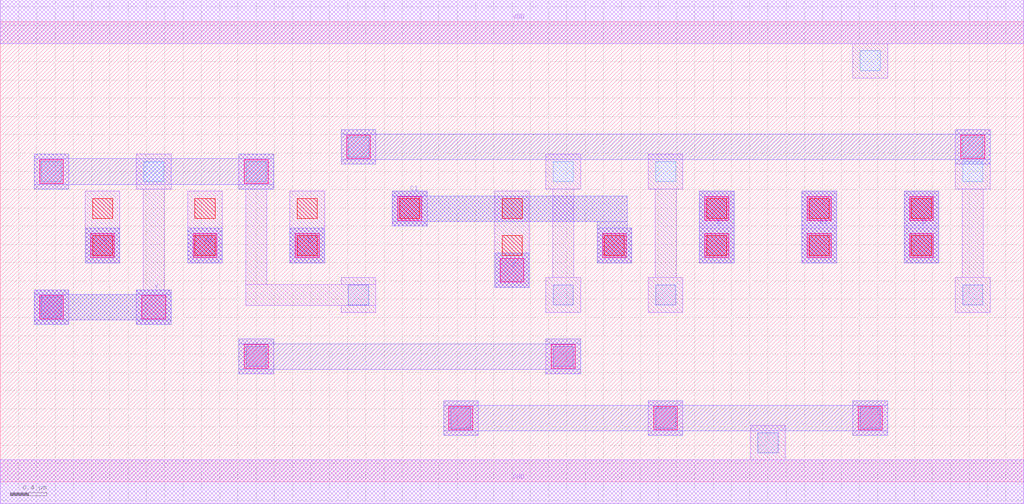
<source format=lef>
MACRO AOOAOOAI21212
 CLASS CORE ;
 FOREIGN AOOAOOAI21212 0 0 ;
 SIZE 11.200000000000001 BY 5.04 ;
 ORIGIN 0 0 ;
 SYMMETRY X Y R90 ;
 SITE unit ;
  PIN VDD
   DIRECTION INOUT ;
   USE POWER ;
   SHAPE ABUTMENT ;
    PORT
     CLASS CORE ;
       LAYER met1 ;
        RECT 0.00000000 4.80000000 11.20000000 5.28000000 ;
    END
  END VDD

  PIN GND
   DIRECTION INOUT ;
   USE POWER ;
   SHAPE ABUTMENT ;
    PORT
     CLASS CORE ;
       LAYER met1 ;
        RECT 0.00000000 -0.24000000 11.20000000 0.24000000 ;
    END
  END GND

  PIN Y
   DIRECTION INOUT ;
   USE SIGNAL ;
   SHAPE ABUTMENT ;
    PORT
     CLASS CORE ;
       LAYER met2 ;
        RECT 0.37000000 1.72200000 0.75000000 1.77200000 ;
        RECT 1.49000000 1.72200000 1.87000000 1.77200000 ;
        RECT 0.37000000 1.77200000 1.87000000 2.05200000 ;
        RECT 0.37000000 2.05200000 0.75000000 2.10200000 ;
        RECT 1.49000000 2.05200000 1.87000000 2.10200000 ;
    END
  END Y

  PIN D
   DIRECTION INOUT ;
   USE SIGNAL ;
   SHAPE ABUTMENT ;
    PORT
     CLASS CORE ;
       LAYER met2 ;
        RECT 9.89000000 2.39700000 10.27000000 3.18200000 ;
    END
  END D

  PIN A1
   DIRECTION INOUT ;
   USE SIGNAL ;
   SHAPE ABUTMENT ;
    PORT
     CLASS CORE ;
       LAYER met2 ;
        RECT 2.05000000 2.39700000 2.43000000 2.77700000 ;
    END
  END A1

  PIN E
   DIRECTION INOUT ;
   USE SIGNAL ;
   SHAPE ABUTMENT ;
    PORT
     CLASS CORE ;
       LAYER met2 ;
        RECT 7.65000000 2.39700000 8.03000000 3.18200000 ;
    END
  END E

  PIN E1
   DIRECTION INOUT ;
   USE SIGNAL ;
   SHAPE ABUTMENT ;
    PORT
     CLASS CORE ;
       LAYER met2 ;
        RECT 8.77000000 2.39700000 9.15000000 3.18200000 ;
    END
  END E1

  PIN B
   DIRECTION INOUT ;
   USE SIGNAL ;
   SHAPE ABUTMENT ;
    PORT
     CLASS CORE ;
       LAYER met2 ;
        RECT 3.17000000 2.39700000 3.55000000 2.77700000 ;
    END
  END B

  PIN C1
   DIRECTION INOUT ;
   USE SIGNAL ;
   SHAPE ABUTMENT ;
    PORT
     CLASS CORE ;
       LAYER met2 ;
        RECT 6.53000000 2.39700000 6.91000000 2.77700000 ;
        RECT 4.29000000 2.80200000 4.67000000 2.85200000 ;
        RECT 6.53000000 2.77700000 6.86000000 2.85200000 ;
        RECT 4.29000000 2.85200000 6.86000000 3.13200000 ;
        RECT 4.29000000 3.13200000 4.67000000 3.18200000 ;
    END
  END C1

  PIN A
   DIRECTION INOUT ;
   USE SIGNAL ;
   SHAPE ABUTMENT ;
    PORT
     CLASS CORE ;
       LAYER met2 ;
        RECT 0.93000000 2.39700000 1.31000000 2.77700000 ;
    END
  END A

  PIN C
   DIRECTION INOUT ;
   USE SIGNAL ;
   SHAPE ABUTMENT ;
    PORT
     CLASS CORE ;
       LAYER met2 ;
        RECT 5.41000000 2.12700000 5.79000000 2.50700000 ;
    END
  END C

 OBS
    LAYER polycont ;
     RECT 1.01000000 2.47700000 1.23000000 2.69700000 ;
     RECT 2.13000000 2.47700000 2.35000000 2.69700000 ;
     RECT 3.25000000 2.47700000 3.47000000 2.69700000 ;
     RECT 5.49000000 2.47700000 5.71000000 2.69700000 ;
     RECT 6.61000000 2.47700000 6.83000000 2.69700000 ;
     RECT 7.73000000 2.47700000 7.95000000 2.69700000 ;
     RECT 8.85000000 2.47700000 9.07000000 2.69700000 ;
     RECT 9.97000000 2.47700000 10.19000000 2.69700000 ;
     RECT 1.01000000 2.88200000 1.23000000 3.10200000 ;
     RECT 2.13000000 2.88200000 2.35000000 3.10200000 ;
     RECT 3.25000000 2.88200000 3.47000000 3.10200000 ;
     RECT 4.37000000 2.88200000 4.59000000 3.10200000 ;
     RECT 5.49000000 2.88200000 5.71000000 3.10200000 ;
     RECT 7.73000000 2.88200000 7.95000000 3.10200000 ;
     RECT 8.85000000 2.88200000 9.07000000 3.10200000 ;
     RECT 9.97000000 2.88200000 10.19000000 3.10200000 ;

    LAYER pdiffc ;
     RECT 0.45000000 3.28700000 0.67000000 3.50700000 ;
     RECT 1.57000000 3.28700000 1.79000000 3.50700000 ;
     RECT 2.69000000 3.28700000 2.91000000 3.50700000 ;
     RECT 6.05000000 3.28700000 6.27000000 3.50700000 ;
     RECT 7.17000000 3.28700000 7.39000000 3.50700000 ;
     RECT 10.53000000 3.28700000 10.75000000 3.50700000 ;
     RECT 3.81000000 3.55700000 4.03000000 3.77700000 ;
     RECT 10.53000000 3.55700000 10.75000000 3.77700000 ;
     RECT 9.41000000 4.50200000 9.63000000 4.72200000 ;

    LAYER ndiffc ;
     RECT 8.29000000 0.31700000 8.51000000 0.53700000 ;
     RECT 4.93000000 0.58700000 5.15000000 0.80700000 ;
     RECT 7.17000000 0.58700000 7.39000000 0.80700000 ;
     RECT 9.41000000 0.58700000 9.63000000 0.80700000 ;
     RECT 2.69000000 1.26200000 2.91000000 1.48200000 ;
     RECT 6.05000000 1.26200000 6.27000000 1.48200000 ;
     RECT 0.45000000 1.80200000 0.67000000 2.02200000 ;
     RECT 3.81000000 1.93700000 4.03000000 2.15700000 ;
     RECT 6.05000000 1.93700000 6.27000000 2.15700000 ;
     RECT 7.17000000 1.93700000 7.39000000 2.15700000 ;
     RECT 10.53000000 1.93700000 10.75000000 2.15700000 ;

    LAYER met1 ;
     RECT 0.00000000 -0.24000000 11.20000000 0.24000000 ;
     RECT 8.21000000 0.24000000 8.59000000 0.61700000 ;
     RECT 4.85000000 0.50700000 5.23000000 0.88700000 ;
     RECT 7.09000000 0.50700000 7.47000000 0.88700000 ;
     RECT 9.33000000 0.50700000 9.71000000 0.88700000 ;
     RECT 2.61000000 1.18200000 2.99000000 1.56200000 ;
     RECT 5.97000000 1.18200000 6.35000000 1.56200000 ;
     RECT 0.37000000 1.72200000 0.75000000 2.10200000 ;
     RECT 6.53000000 2.39700000 6.91000000 2.77700000 ;
     RECT 7.65000000 2.39700000 8.03000000 2.77700000 ;
     RECT 8.77000000 2.39700000 9.15000000 2.77700000 ;
     RECT 9.89000000 2.39700000 10.27000000 2.77700000 ;
     RECT 0.93000000 2.39700000 1.31000000 3.18200000 ;
     RECT 2.05000000 2.39700000 2.43000000 3.18200000 ;
     RECT 3.17000000 2.39700000 3.55000000 3.18200000 ;
     RECT 4.29000000 2.80200000 4.67000000 3.18200000 ;
     RECT 5.41000000 2.12700000 5.79000000 3.18200000 ;
     RECT 7.65000000 2.80200000 8.03000000 3.18200000 ;
     RECT 8.77000000 2.80200000 9.15000000 3.18200000 ;
     RECT 9.89000000 2.80200000 10.27000000 3.18200000 ;
     RECT 0.37000000 3.20700000 0.75000000 3.58700000 ;
     RECT 1.49000000 1.72200000 1.87000000 2.10200000 ;
     RECT 1.56500000 2.10200000 1.79500000 3.20700000 ;
     RECT 1.49000000 3.20700000 1.87000000 3.58700000 ;
     RECT 3.73000000 1.85700000 4.11000000 1.93200000 ;
     RECT 2.68500000 1.93200000 4.11000000 2.16200000 ;
     RECT 3.73000000 2.16200000 4.11000000 2.23700000 ;
     RECT 2.68500000 2.16200000 2.91500000 3.20700000 ;
     RECT 2.61000000 3.20700000 2.99000000 3.58700000 ;
     RECT 5.97000000 1.85700000 6.35000000 2.23700000 ;
     RECT 6.04500000 2.23700000 6.27500000 3.20700000 ;
     RECT 5.97000000 3.20700000 6.35000000 3.58700000 ;
     RECT 7.09000000 1.85700000 7.47000000 2.23700000 ;
     RECT 7.16500000 2.23700000 7.39500000 3.20700000 ;
     RECT 7.09000000 3.20700000 7.47000000 3.58700000 ;
     RECT 3.73000000 3.47700000 4.11000000 3.85700000 ;
     RECT 10.45000000 1.85700000 10.83000000 2.23700000 ;
     RECT 10.52500000 2.23700000 10.75500000 3.20700000 ;
     RECT 10.45000000 3.20700000 10.83000000 3.85700000 ;
     RECT 9.33000000 4.42200000 9.71000000 4.80000000 ;
     RECT 0.00000000 4.80000000 11.20000000 5.28000000 ;

    LAYER via1 ;
     RECT 4.91000000 0.56700000 5.17000000 0.82700000 ;
     RECT 7.15000000 0.56700000 7.41000000 0.82700000 ;
     RECT 9.39000000 0.56700000 9.65000000 0.82700000 ;
     RECT 2.67000000 1.24200000 2.93000000 1.50200000 ;
     RECT 6.03000000 1.24200000 6.29000000 1.50200000 ;
     RECT 0.43000000 1.78200000 0.69000000 2.04200000 ;
     RECT 1.55000000 1.78200000 1.81000000 2.04200000 ;
     RECT 5.47000000 2.18700000 5.73000000 2.44700000 ;
     RECT 0.99000000 2.45700000 1.25000000 2.71700000 ;
     RECT 2.11000000 2.45700000 2.37000000 2.71700000 ;
     RECT 3.23000000 2.45700000 3.49000000 2.71700000 ;
     RECT 6.59000000 2.45700000 6.85000000 2.71700000 ;
     RECT 7.71000000 2.45700000 7.97000000 2.71700000 ;
     RECT 8.83000000 2.45700000 9.09000000 2.71700000 ;
     RECT 9.95000000 2.45700000 10.21000000 2.71700000 ;
     RECT 4.35000000 2.86200000 4.61000000 3.12200000 ;
     RECT 7.71000000 2.86200000 7.97000000 3.12200000 ;
     RECT 8.83000000 2.86200000 9.09000000 3.12200000 ;
     RECT 9.95000000 2.86200000 10.21000000 3.12200000 ;
     RECT 0.43000000 3.26700000 0.69000000 3.52700000 ;
     RECT 2.67000000 3.26700000 2.93000000 3.52700000 ;
     RECT 3.79000000 3.53700000 4.05000000 3.79700000 ;
     RECT 10.51000000 3.53700000 10.77000000 3.79700000 ;

    LAYER met2 ;
     RECT 4.85000000 0.50700000 5.23000000 0.55700000 ;
     RECT 7.09000000 0.50700000 7.47000000 0.55700000 ;
     RECT 9.33000000 0.50700000 9.71000000 0.55700000 ;
     RECT 4.85000000 0.55700000 9.71000000 0.83700000 ;
     RECT 4.85000000 0.83700000 5.23000000 0.88700000 ;
     RECT 7.09000000 0.83700000 7.47000000 0.88700000 ;
     RECT 9.33000000 0.83700000 9.71000000 0.88700000 ;
     RECT 2.61000000 1.18200000 2.99000000 1.23200000 ;
     RECT 5.97000000 1.18200000 6.35000000 1.23200000 ;
     RECT 2.61000000 1.23200000 6.35000000 1.51200000 ;
     RECT 2.61000000 1.51200000 2.99000000 1.56200000 ;
     RECT 5.97000000 1.51200000 6.35000000 1.56200000 ;
     RECT 0.37000000 1.72200000 0.75000000 1.77200000 ;
     RECT 1.49000000 1.72200000 1.87000000 1.77200000 ;
     RECT 0.37000000 1.77200000 1.87000000 2.05200000 ;
     RECT 0.37000000 2.05200000 0.75000000 2.10200000 ;
     RECT 1.49000000 2.05200000 1.87000000 2.10200000 ;
     RECT 5.41000000 2.12700000 5.79000000 2.50700000 ;
     RECT 0.93000000 2.39700000 1.31000000 2.77700000 ;
     RECT 2.05000000 2.39700000 2.43000000 2.77700000 ;
     RECT 3.17000000 2.39700000 3.55000000 2.77700000 ;
     RECT 6.53000000 2.39700000 6.91000000 2.77700000 ;
     RECT 4.29000000 2.80200000 4.67000000 2.85200000 ;
     RECT 6.53000000 2.77700000 6.86000000 2.85200000 ;
     RECT 4.29000000 2.85200000 6.86000000 3.13200000 ;
     RECT 4.29000000 3.13200000 4.67000000 3.18200000 ;
     RECT 7.65000000 2.39700000 8.03000000 3.18200000 ;
     RECT 8.77000000 2.39700000 9.15000000 3.18200000 ;
     RECT 9.89000000 2.39700000 10.27000000 3.18200000 ;
     RECT 0.37000000 3.20700000 0.75000000 3.25700000 ;
     RECT 2.61000000 3.20700000 2.99000000 3.25700000 ;
     RECT 0.37000000 3.25700000 2.99000000 3.53700000 ;
     RECT 0.37000000 3.53700000 0.75000000 3.58700000 ;
     RECT 2.61000000 3.53700000 2.99000000 3.58700000 ;
     RECT 3.73000000 3.47700000 4.11000000 3.52700000 ;
     RECT 10.45000000 3.47700000 10.83000000 3.52700000 ;
     RECT 3.73000000 3.52700000 10.83000000 3.80700000 ;
     RECT 3.73000000 3.80700000 4.11000000 3.85700000 ;
     RECT 10.45000000 3.80700000 10.83000000 3.85700000 ;

 END
END AOOAOOAI21212

</source>
